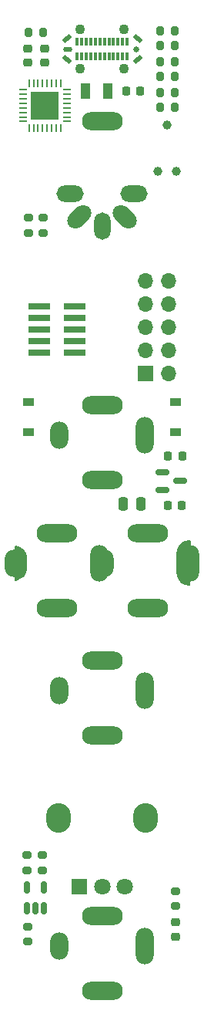
<source format=gbr>
%TF.GenerationSoftware,KiCad,Pcbnew,6.0.11-2627ca5db0~126~ubuntu22.04.1*%
%TF.CreationDate,2023-05-04T09:26:43+02:00*%
%TF.ProjectId,OTBreakOut,4f544272-6561-46b4-9f75-742e6b696361,rev?*%
%TF.SameCoordinates,Original*%
%TF.FileFunction,Soldermask,Top*%
%TF.FilePolarity,Negative*%
%FSLAX46Y46*%
G04 Gerber Fmt 4.6, Leading zero omitted, Abs format (unit mm)*
G04 Created by KiCad (PCBNEW 6.0.11-2627ca5db0~126~ubuntu22.04.1) date 2023-05-04 09:26:43*
%MOMM*%
%LPD*%
G01*
G04 APERTURE LIST*
G04 Aperture macros list*
%AMRoundRect*
0 Rectangle with rounded corners*
0 $1 Rounding radius*
0 $2 $3 $4 $5 $6 $7 $8 $9 X,Y pos of 4 corners*
0 Add a 4 corners polygon primitive as box body*
4,1,4,$2,$3,$4,$5,$6,$7,$8,$9,$2,$3,0*
0 Add four circle primitives for the rounded corners*
1,1,$1+$1,$2,$3*
1,1,$1+$1,$4,$5*
1,1,$1+$1,$6,$7*
1,1,$1+$1,$8,$9*
0 Add four rect primitives between the rounded corners*
20,1,$1+$1,$2,$3,$4,$5,0*
20,1,$1+$1,$4,$5,$6,$7,0*
20,1,$1+$1,$6,$7,$8,$9,0*
20,1,$1+$1,$8,$9,$2,$3,0*%
%AMHorizOval*
0 Thick line with rounded ends*
0 $1 width*
0 $2 $3 position (X,Y) of the first rounded end (center of the circle)*
0 $4 $5 position (X,Y) of the second rounded end (center of the circle)*
0 Add line between two ends*
20,1,$1,$2,$3,$4,$5,0*
0 Add two circle primitives to create the rounded ends*
1,1,$1,$2,$3*
1,1,$1,$4,$5*%
%AMRotRect*
0 Rectangle, with rotation*
0 The origin of the aperture is its center*
0 $1 length*
0 $2 width*
0 $3 Rotation angle, in degrees counterclockwise*
0 Add horizontal line*
21,1,$1,$2,0,0,$3*%
G04 Aperture macros list end*
%ADD10C,0.200000*%
%ADD11RoundRect,0.062500X-0.375000X-0.062500X0.375000X-0.062500X0.375000X0.062500X-0.375000X0.062500X0*%
%ADD12RoundRect,0.062500X-0.062500X-0.375000X0.062500X-0.375000X0.062500X0.375000X-0.062500X0.375000X0*%
%ADD13R,3.100000X3.100000*%
%ADD14RoundRect,0.200000X-0.200000X-0.275000X0.200000X-0.275000X0.200000X0.275000X-0.200000X0.275000X0*%
%ADD15R,2.400000X0.740000*%
%ADD16R,1.000000X1.800000*%
%ADD17O,2.720000X3.240000*%
%ADD18R,1.800000X1.800000*%
%ADD19C,1.800000*%
%ADD20RoundRect,0.225000X0.250000X-0.225000X0.250000X0.225000X-0.250000X0.225000X-0.250000X-0.225000X0*%
%ADD21RoundRect,0.225000X0.225000X0.250000X-0.225000X0.250000X-0.225000X-0.250000X0.225000X-0.250000X0*%
%ADD22RoundRect,0.225000X-0.225000X-0.250000X0.225000X-0.250000X0.225000X0.250000X-0.225000X0.250000X0*%
%ADD23O,4.500000X2.000000*%
%ADD24O,3.000000X1.800000*%
%ADD25O,1.800000X3.000000*%
%ADD26HorizOval,1.800000X0.424264X-0.424264X-0.424264X0.424264X0*%
%ADD27HorizOval,1.800000X0.424264X0.424264X-0.424264X-0.424264X0*%
%ADD28O,2.000000X3.000000*%
%ADD29O,2.000000X4.000000*%
%ADD30R,1.200000X0.900000*%
%ADD31RoundRect,0.200000X-0.275000X0.200000X-0.275000X-0.200000X0.275000X-0.200000X0.275000X0.200000X0*%
%ADD32RoundRect,0.200000X0.275000X-0.200000X0.275000X0.200000X-0.275000X0.200000X-0.275000X-0.200000X0*%
%ADD33RoundRect,0.250000X-0.250000X-0.475000X0.250000X-0.475000X0.250000X0.475000X-0.250000X0.475000X0*%
%ADD34RoundRect,0.150000X0.150000X-0.512500X0.150000X0.512500X-0.150000X0.512500X-0.150000X-0.512500X0*%
%ADD35RoundRect,0.150000X-0.587500X-0.150000X0.587500X-0.150000X0.587500X0.150000X-0.587500X0.150000X0*%
%ADD36RoundRect,0.200000X0.200000X0.275000X-0.200000X0.275000X-0.200000X-0.275000X0.200000X-0.275000X0*%
%ADD37C,0.660000*%
%ADD38RotRect,1.030000X0.500000X320.000000*%
%ADD39C,1.100000*%
%ADD40RotRect,1.030000X0.500000X40.000000*%
%ADD41O,1.000000X0.580000*%
%ADD42R,0.300000X0.850000*%
%ADD43C,0.990600*%
%ADD44R,1.700000X1.700000*%
%ADD45O,1.700000X1.700000*%
G04 APERTURE END LIST*
D10*
G36*
X90794627Y-114247707D02*
G01*
X91064627Y-114407707D01*
X91294627Y-114577707D01*
X91544627Y-114907707D01*
X91644627Y-115227707D01*
X91664627Y-115647707D01*
X91654627Y-116447707D01*
X91644627Y-116817707D01*
X91514627Y-117207707D01*
X91314627Y-117457707D01*
X90984627Y-117677707D01*
X90584627Y-117857707D01*
X90464627Y-117867707D01*
X90424627Y-114207707D01*
X90794627Y-114247707D01*
G37*
X90794627Y-114247707D02*
X91064627Y-114407707D01*
X91294627Y-114577707D01*
X91544627Y-114907707D01*
X91644627Y-115227707D01*
X91664627Y-115647707D01*
X91654627Y-116447707D01*
X91644627Y-116817707D01*
X91514627Y-117207707D01*
X91314627Y-117457707D01*
X90984627Y-117677707D01*
X90584627Y-117857707D01*
X90464627Y-117867707D01*
X90424627Y-114207707D01*
X90794627Y-114247707D01*
G36*
X109619019Y-118411300D02*
G01*
X109119019Y-118341300D01*
X108779019Y-118161300D01*
X108499019Y-117811300D01*
X108359019Y-117461300D01*
X108279019Y-116841300D01*
X108279019Y-115011300D01*
X108349019Y-114531300D01*
X108639019Y-113951300D01*
X109119019Y-113621300D01*
X109669019Y-113541300D01*
X109619019Y-118411300D01*
G37*
X109619019Y-118411300D02*
X109119019Y-118341300D01*
X108779019Y-118161300D01*
X108499019Y-117811300D01*
X108359019Y-117461300D01*
X108279019Y-116841300D01*
X108279019Y-115011300D01*
X108349019Y-114531300D01*
X108639019Y-113951300D01*
X109119019Y-113621300D01*
X109669019Y-113541300D01*
X109619019Y-118411300D01*
D11*
%TO.C,U1*%
X91262500Y-64050000D03*
X91262500Y-64550000D03*
X91262500Y-65050000D03*
X91262500Y-65550000D03*
X91262500Y-66050000D03*
X91262500Y-66550000D03*
X91262500Y-67050000D03*
X91262500Y-67550000D03*
D12*
X91950000Y-68237500D03*
X92450000Y-68237500D03*
X92950000Y-68237500D03*
X93450000Y-68237500D03*
X93950000Y-68237500D03*
X94450000Y-68237500D03*
X94950000Y-68237500D03*
X95450000Y-68237500D03*
D11*
X96137500Y-67550000D03*
X96137500Y-67050000D03*
X96137500Y-66550000D03*
X96137500Y-66050000D03*
X96137500Y-65550000D03*
X96137500Y-65050000D03*
X96137500Y-64550000D03*
X96137500Y-64050000D03*
D12*
X95450000Y-63362500D03*
X94950000Y-63362500D03*
X94450000Y-63362500D03*
X93950000Y-63362500D03*
X93450000Y-63362500D03*
X92950000Y-63362500D03*
X92450000Y-63362500D03*
X91950000Y-63362500D03*
D13*
X93700000Y-65800000D03*
%TD*%
D14*
%TO.C,R1*%
X106375000Y-57600000D03*
X108025000Y-57600000D03*
%TD*%
D15*
%TO.C,J10*%
X93050000Y-87860000D03*
X96950000Y-87860000D03*
X93050000Y-89130000D03*
X96950000Y-89130000D03*
X93050000Y-90400000D03*
X96950000Y-90400000D03*
X93050000Y-91670000D03*
X96950000Y-91670000D03*
X93050000Y-92940000D03*
X96950000Y-92940000D03*
%TD*%
D16*
%TO.C,Y1*%
X100650000Y-64200000D03*
X98150000Y-64200000D03*
%TD*%
D17*
%TO.C,RV1*%
X104800000Y-144000000D03*
X95200000Y-144000000D03*
D18*
X97500000Y-151500000D03*
D19*
X100000000Y-151500000D03*
X102500000Y-151500000D03*
%TD*%
D20*
%TO.C,C2*%
X93700000Y-61075000D03*
X93700000Y-59525000D03*
%TD*%
D21*
%TO.C,C3*%
X104175000Y-64200000D03*
X102625000Y-64200000D03*
%TD*%
D22*
%TO.C,C4*%
X107250000Y-104300000D03*
X108800000Y-104300000D03*
%TD*%
D23*
%TO.C,J6*%
X100000000Y-67550000D03*
D24*
X103500000Y-75500000D03*
D25*
X100000000Y-79000000D03*
D24*
X96500000Y-75500000D03*
D26*
X102474874Y-77974874D03*
D27*
X97525126Y-77974874D03*
%TD*%
D28*
%TO.C,J4*%
X90300000Y-116000000D03*
D29*
X99700000Y-116000000D03*
D23*
X95000000Y-112700000D03*
X95000000Y-120900000D03*
%TD*%
D30*
%TO.C,D2*%
X108100000Y-101650000D03*
X108100000Y-98350000D03*
%TD*%
D14*
%TO.C,R5*%
X106375000Y-61000000D03*
X108025000Y-61000000D03*
%TD*%
D31*
%TO.C,R10*%
X93400000Y-148050000D03*
X93400000Y-149700000D03*
%TD*%
D21*
%TO.C,C5*%
X108775000Y-109700000D03*
X107225000Y-109700000D03*
%TD*%
D14*
%TO.C,R12*%
X106375000Y-66000000D03*
X108025000Y-66000000D03*
%TD*%
D32*
%TO.C,R7*%
X108100000Y-153625000D03*
X108100000Y-151975000D03*
%TD*%
D33*
%TO.C,C7*%
X102350000Y-109500000D03*
X104250000Y-109500000D03*
%TD*%
D29*
%TO.C,J1*%
X104700000Y-158000000D03*
D28*
X95300000Y-158000000D03*
D23*
X100000000Y-154700000D03*
X100000000Y-162900000D03*
%TD*%
D14*
%TO.C,R2*%
X106375000Y-62600000D03*
X108025000Y-62600000D03*
%TD*%
D34*
%TO.C,U3*%
X91700000Y-153900000D03*
X92650000Y-153900000D03*
X93600000Y-153900000D03*
X93600000Y-151625000D03*
X91700000Y-151625000D03*
%TD*%
D14*
%TO.C,R4*%
X106375000Y-59200000D03*
X108025000Y-59200000D03*
%TD*%
D20*
%TO.C,C6*%
X108100000Y-156975000D03*
X108100000Y-155425000D03*
%TD*%
D28*
%TO.C,J5*%
X95300000Y-130000000D03*
D29*
X104700000Y-130000000D03*
D23*
X100000000Y-126700000D03*
X100000000Y-134900000D03*
%TD*%
D30*
%TO.C,D1*%
X91900000Y-101650000D03*
X91900000Y-98350000D03*
%TD*%
D20*
%TO.C,C1*%
X91800000Y-61075000D03*
X91800000Y-59525000D03*
%TD*%
D35*
%TO.C,U2*%
X106662500Y-106050000D03*
X106662500Y-107950000D03*
X108537500Y-107000000D03*
%TD*%
D14*
%TO.C,R13*%
X106375000Y-64400000D03*
X108025000Y-64400000D03*
%TD*%
D29*
%TO.C,J3*%
X109700000Y-116000000D03*
D28*
X100300000Y-116000000D03*
D23*
X105000000Y-112700000D03*
X105000000Y-120900000D03*
%TD*%
D32*
%TO.C,R11*%
X91800000Y-157550000D03*
X91800000Y-155900000D03*
%TD*%
%TO.C,R6*%
X93500000Y-79775000D03*
X93500000Y-78125000D03*
%TD*%
D29*
%TO.C,J2*%
X104700000Y-102000000D03*
D28*
X95300000Y-102000000D03*
D23*
X100000000Y-98700000D03*
X100000000Y-106900000D03*
%TD*%
D32*
%TO.C,R8*%
X91900000Y-79775000D03*
X91900000Y-78125000D03*
%TD*%
%TO.C,R9*%
X91700000Y-149700000D03*
X91700000Y-148050000D03*
%TD*%
D36*
%TO.C,R3*%
X93525000Y-57800000D03*
X91875000Y-57800000D03*
%TD*%
D37*
%TO.C,J8*%
X103750000Y-59600000D03*
D38*
X96120000Y-60735000D03*
D39*
X97600000Y-57450000D03*
X102400000Y-57450000D03*
X97600000Y-61750000D03*
X102400000Y-61750000D03*
D40*
X96120000Y-58465000D03*
D38*
X103880000Y-58465000D03*
D40*
X103880000Y-60735000D03*
D41*
X96250000Y-59600000D03*
D42*
X97250000Y-58770000D03*
X97750000Y-58770000D03*
X98250000Y-58770000D03*
X98750000Y-58770000D03*
X99250000Y-58770000D03*
X99750000Y-58770000D03*
X100250000Y-58770000D03*
X100750000Y-58770000D03*
X101250000Y-58770000D03*
X101750000Y-58770000D03*
X102250000Y-58770000D03*
X102750000Y-58770000D03*
X102750000Y-60430000D03*
X102250000Y-60430000D03*
X101750000Y-60430000D03*
X101250000Y-60430000D03*
X100750000Y-60430000D03*
X100250000Y-60430000D03*
X99750000Y-60430000D03*
X99250000Y-60430000D03*
X98750000Y-60430000D03*
X98250000Y-60430000D03*
X97750000Y-60430000D03*
X97250000Y-60430000D03*
%TD*%
D43*
%TO.C,J9*%
X106084000Y-73040000D03*
X107100000Y-67960000D03*
X108116000Y-73040000D03*
%TD*%
D44*
%TO.C,J7*%
X104730000Y-95160000D03*
D45*
X107270000Y-95160000D03*
X104730000Y-92620000D03*
X107270000Y-92620000D03*
X104730000Y-90080000D03*
X107270000Y-90080000D03*
X104730000Y-87540000D03*
X107270000Y-87540000D03*
X104730000Y-85000000D03*
X107270000Y-85000000D03*
%TD*%
M02*

</source>
